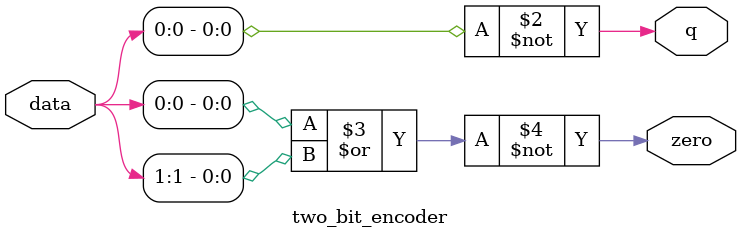
<source format=v>
module two_bit_encoder(
    input [1:0] data,
    output reg q,
    output reg zero
);

always @(*) begin
    q = ~data[0];
    zero = ~(data[0] | data[1]);
end

endmodule
</source>
